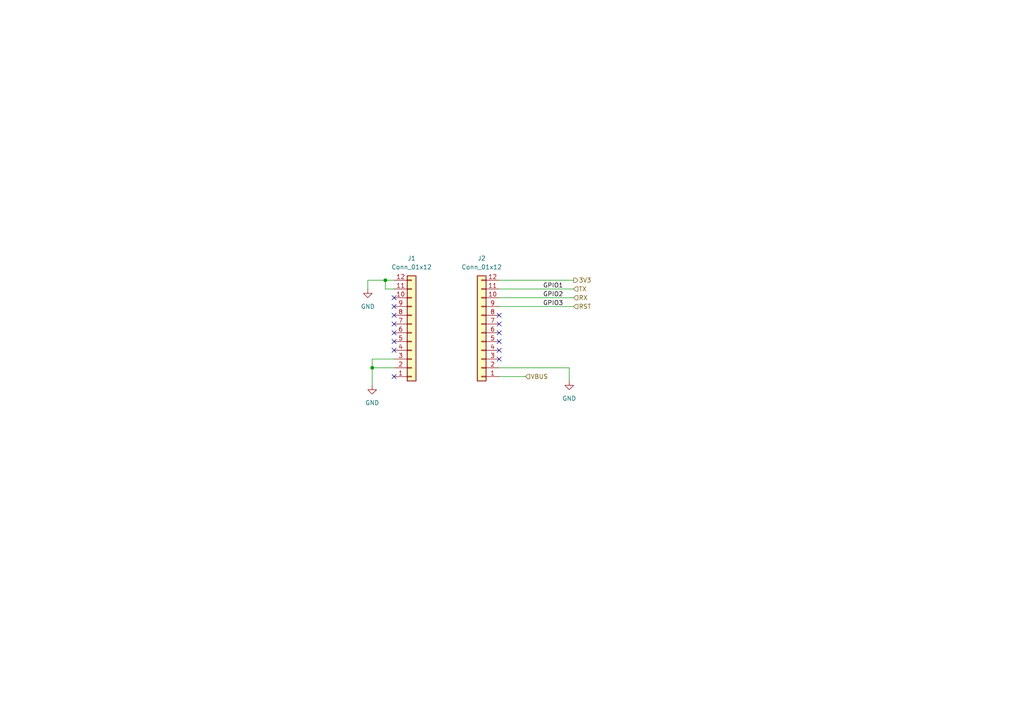
<source format=kicad_sch>
(kicad_sch (version 20231120) (generator "eeschema") (generator_version "8.0")
  (paper "A4")
  (title_block (title "NerdNOS") (date "2024-04-05") (rev "1"))
  (lib_symbols
    (symbol "Connector_Generic:Conn_01x12" (pin_names (offset 1.016) hide)
      (property "Reference" "J" (at 0 15.24 0))
      (property "Value" "Conn_01x12" (at 0 -17.78 0))
      (symbol "Conn_01x12_1_1"
        (rectangle (start -1.27 -15.113) (end 0 -15.367) (stroke (width 0.1524)))
        (rectangle (start -1.27 -12.573) (end 0 -12.827) (stroke (width 0.1524)))
        (rectangle (start -1.27 -10.033) (end 0 -10.287) (stroke (width 0.1524)))
        (rectangle (start -1.27 -7.493) (end 0 -7.747) (stroke (width 0.1524)))
        (rectangle (start -1.27 -4.953) (end 0 -5.207) (stroke (width 0.1524)))
        (rectangle (start -1.27 -2.413) (end 0 -2.667) (stroke (width 0.1524)))
        (rectangle (start -1.27 0.127) (end 0 -0.127) (stroke (width 0.1524)))
        (rectangle (start -1.27 2.667) (end 0 2.413) (stroke (width 0.1524)))
        (rectangle (start -1.27 5.207) (end 0 4.953) (stroke (width 0.1524)))
        (rectangle (start -1.27 7.747) (end 0 7.493) (stroke (width 0.1524)))
        (rectangle (start -1.27 10.287) (end 0 10.033) (stroke (width 0.1524)))
        (rectangle (start -1.27 12.827) (end 0 12.573) (stroke (width 0.1524)))
        (rectangle (start -1.27 13.97) (end 1.27 -16.51) (stroke (width 0.254)) (fill (type background)))
        (pin passive line (at -5.08 12.7 0) (length 3.81) (name "Pin_1") (number "1"))
        (pin passive line (at -5.08 -10.16 0) (length 3.81) (name "Pin_10") (number "10"))
        (pin passive line (at -5.08 -12.7 0) (length 3.81) (name "Pin_11") (number "11"))
        (pin passive line (at -5.08 -15.24 0) (length 3.81) (name "Pin_12") (number "12"))
        (pin passive line (at -5.08 10.16 0) (length 3.81) (name "Pin_2") (number "2"))
        (pin passive line (at -5.08 7.62 0) (length 3.81) (name "Pin_3") (number "3"))
        (pin passive line (at -5.08 5.08 0) (length 3.81) (name "Pin_4") (number "4"))
        (pin passive line (at -5.08 2.54 0) (length 3.81) (name "Pin_5") (number "5"))
        (pin passive line (at -5.08 0 0) (length 3.81) (name "Pin_6") (number "6"))
        (pin passive line (at -5.08 -2.54 0) (length 3.81) (name "Pin_7") (number "7"))
        (pin passive line (at -5.08 -5.08 0) (length 3.81) (name "Pin_8") (number "8"))
        (pin passive line (at -5.08 -7.62 0) (length 3.81) (name "Pin_9") (number "9"))
      )
    )
    (symbol "power:GND" (power) (pin_numbers hide) (pin_names (offset 0) hide)
      (property "Value" "GND" (at 0 -3.81 0))
      (symbol "GND_0_1"
        (polyline (pts (xy 0 0) (xy 0 -1.27) (xy 1.27 -1.27) (xy 0 -2.54) (xy -1.27 -1.27) (xy 0 -1.27)))
      )
      (symbol "GND_1_1"
        (pin power_in line (at 0 0 270) (length 0) (name "~") (number "1"))
      )
    )
  )
  (junction (at 107.95 106.68))
  (junction (at 111.76 81.28))
  (no_connect (at 114.3 91.44))
  (no_connect (at 114.3 101.6))
  (no_connect (at 114.3 96.52))
  (no_connect (at 114.3 88.9))
  (no_connect (at 114.3 86.36))
  (no_connect (at 114.3 99.06))
  (no_connect (at 144.78 91.44))
  (no_connect (at 144.78 101.6))
  (no_connect (at 144.78 96.52))
  (no_connect (at 144.78 93.98))
  (no_connect (at 114.3 93.98))
  (no_connect (at 144.78 104.14))
  (no_connect (at 114.3 109.22))
  (no_connect (at 144.78 99.06))
  (wire (pts (xy 165.1 106.68) (xy 144.78 106.68)))
  (wire (pts (xy 114.3 83.82) (xy 111.76 83.82)))
  (wire (pts (xy 111.76 81.28) (xy 106.68 81.28)))
  (wire (pts (xy 114.3 104.14) (xy 107.95 104.14)))
  (wire (pts (xy 107.95 106.68) (xy 114.3 106.68)))
  (wire (pts (xy 166.37 81.28) (xy 144.78 81.28)))
  (wire (pts (xy 144.78 109.22) (xy 152.4 109.22)))
  (wire (pts (xy 106.68 81.28) (xy 106.68 83.82)))
  (wire (pts (xy 114.3 81.28) (xy 111.76 81.28)))
  (wire (pts (xy 165.1 110.49) (xy 165.1 106.68)))
  (wire (pts (xy 111.76 83.82) (xy 111.76 81.28)))
  (wire (pts (xy 144.78 83.82) (xy 166.37 83.82)))
  (wire (pts (xy 144.78 86.36) (xy 166.37 86.36)))
  (wire (pts (xy 107.95 111.76) (xy 107.95 106.68)))
  (wire (pts (xy 144.78 88.9) (xy 166.37 88.9)))
  (wire (pts (xy 107.95 104.14) (xy 107.95 106.68)))
  (label "GPIO3" (at 157.48 88.9 0))
  (label "GPIO2" (at 157.48 86.36 0))
  (label "GPIO1" (at 157.48 83.82 0))
  (hierarchical_label "RST" (shape input) (at 166.37 88.9 0))
  (hierarchical_label "VBUS" (shape input) (at 152.4 109.22 0))
  (hierarchical_label "RX" (shape input) (at 166.37 86.36 0))
  (hierarchical_label "3V3" (shape output) (at 166.37 81.28 0))
  (hierarchical_label "TX" (shape input) (at 166.37 83.82 0))
  (symbol (lib_id "Connector_Generic:Conn_01x12") (at 139.7 96.52 180) (unit 1)
    (property "Reference" "J2" (at 139.7 74.93 0))
    (property "Value" "Conn_01x12" (at 139.7 77.47 0))
    (property "Footprint" "Connector_PinHeader_2.54mm:PinHeader_1x12_P2.54mm_Vertical" (effects (hide yes)))
    (property "Description" "Generic connector, single row, 01x12, script generated (kicad-library-utils/schlib/autogen/connector/)" (effects (hide yes)))
  )
  (symbol (lib_id "power:GND") (at 106.68 83.82 0) (unit 1)
    (property "Reference" "#PWR09" (effects (hide yes)))
    (property "Value" "GND" (at 106.68 88.9 0))
    (property "Description" "Power symbol creates a global label with name \"GND\" , ground" (effects (hide yes)))
  )
  (symbol (lib_id "Connector_Generic:Conn_01x12") (at 119.38 96.52 0) (mirror x) (unit 1)
    (property "Reference" "J1" (at 119.38 74.93 0))
    (property "Value" "Conn_01x12" (at 119.38 77.47 0))
    (property "Footprint" "Connector_PinHeader_2.54mm:PinHeader_1x12_P2.54mm_Vertical" (effects (hide yes)))
    (property "Description" "Generic connector, single row, 01x12, script generated (kicad-library-utils/schlib/autogen/connector/)" (effects (hide yes)))
  )
  (symbol (lib_id "power:GND") (at 165.1 110.49 0) (unit 1)
    (property "Reference" "#PWR011" (effects (hide yes)))
    (property "Value" "GND" (at 165.1 115.57 0))
    (property "Description" "Power symbol creates a global label with name \"GND\" , ground" (effects (hide yes)))
  )
  (symbol (lib_id "power:GND") (at 107.95 111.76 0) (unit 1)
    (property "Reference" "#PWR010" (effects (hide yes)))
    (property "Value" "GND" (at 107.95 116.84 0))
    (property "Description" "Power symbol creates a global label with name \"GND\" , ground" (effects (hide yes)))
  )
)
</source>
